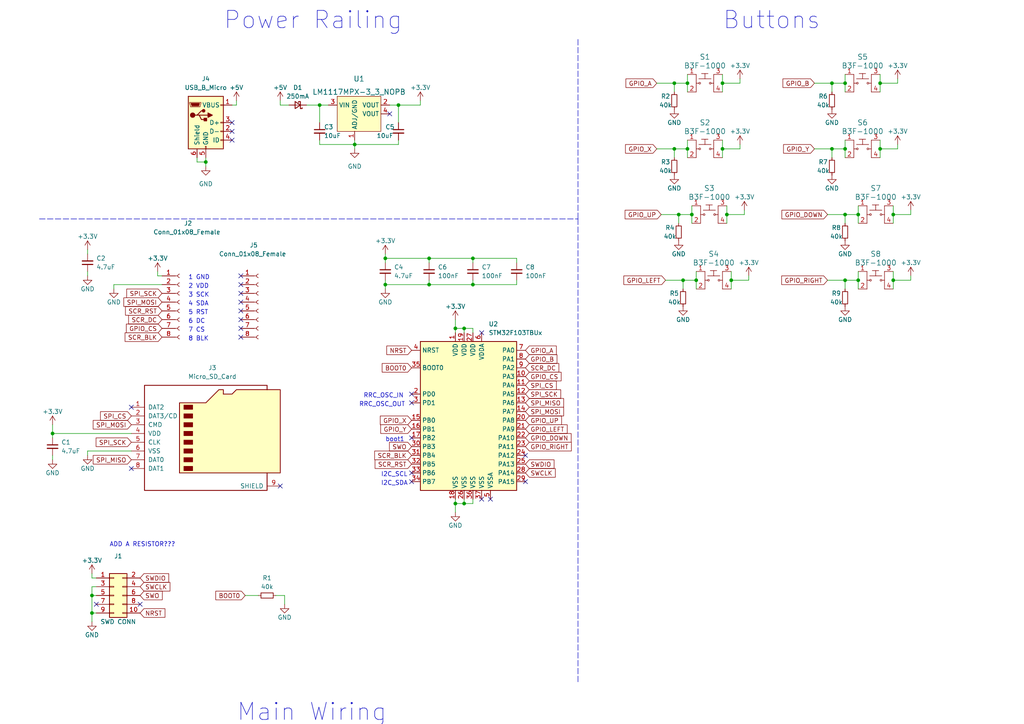
<source format=kicad_sch>
(kicad_sch (version 20211123) (generator eeschema)
  (paper "A4")
  (title_block (rev "v01") (comment 1 "idk") (comment 2 "idk") (comment 3 "Lincense: whydoineed") (comment 4 "Author: Me"))
  (lib_symbols
    (symbol "Connector:Conn_01x08_Female" (pin_names (offset 1.016) hide)
      (property "Reference" "J" (at 0 10.16 0))
      (property "Value" "Conn_01x08_Female" (at 0 -12.7 0))
      (symbol "Conn_01x08_Female_1_1"
        (arc (start 0 -9.652) (mid -0.508 -10.16) (end 0 -10.668) (stroke (width 0.1524)))
        (arc (start 0 -7.112) (mid -0.508 -7.62) (end 0 -8.128) (stroke (width 0.1524)))
        (arc (start 0 -4.572) (mid -0.508 -5.08) (end 0 -5.588) (stroke (width 0.1524)))
        (arc (start 0 -2.032) (mid -0.508 -2.54) (end 0 -3.048) (stroke (width 0.1524)))
        (polyline (pts (xy -1.27 -10.16) (xy -0.508 -10.16)) (stroke (width 0.1524)))
        (polyline (pts (xy -1.27 -7.62) (xy -0.508 -7.62)) (stroke (width 0.1524)))
        (polyline (pts (xy -1.27 -5.08) (xy -0.508 -5.08)) (stroke (width 0.1524)))
        (polyline (pts (xy -1.27 -2.54) (xy -0.508 -2.54)) (stroke (width 0.1524)))
        (polyline (pts (xy -1.27 0) (xy -0.508 0)) (stroke (width 0.1524)))
        (polyline (pts (xy -1.27 2.54) (xy -0.508 2.54)) (stroke (width 0.1524)))
        (polyline (pts (xy -1.27 5.08) (xy -0.508 5.08)) (stroke (width 0.1524)))
        (polyline (pts (xy -1.27 7.62) (xy -0.508 7.62)) (stroke (width 0.1524)))
        (arc (start 0 0.508) (mid -0.508 0) (end 0 -0.508) (stroke (width 0.1524)))
        (arc (start 0 3.048) (mid -0.508 2.54) (end 0 2.032) (stroke (width 0.1524)))
        (arc (start 0 5.588) (mid -0.508 5.08) (end 0 4.572) (stroke (width 0.1524)))
        (arc (start 0 8.128) (mid -0.508 7.62) (end 0 7.112) (stroke (width 0.1524)))
        (pin passive line (at -5.08 7.62 0) (length 3.81) (name "Pin_1") (number "1"))
        (pin passive line (at -5.08 5.08 0) (length 3.81) (name "Pin_2") (number "2"))
        (pin passive line (at -5.08 2.54 0) (length 3.81) (name "Pin_3") (number "3"))
        (pin passive line (at -5.08 0 0) (length 3.81) (name "Pin_4") (number "4"))
        (pin passive line (at -5.08 -2.54 0) (length 3.81) (name "Pin_5") (number "5"))
        (pin passive line (at -5.08 -5.08 0) (length 3.81) (name "Pin_6") (number "6"))
        (pin passive line (at -5.08 -7.62 0) (length 3.81) (name "Pin_7") (number "7"))
        (pin passive line (at -5.08 -10.16 0) (length 3.81) (name "Pin_8") (number "8"))
      )
    )
    (symbol "Connector:Micro_SD_Card" (pin_names (offset 1.016))
      (property "Reference" "J" (at -16.51 15.24 0))
      (property "Value" "Micro_SD_Card" (at 16.51 15.24 0))
      (symbol "Micro_SD_Card_0_1"
        (rectangle (start -7.62 -9.525) (end -5.08 -10.795) (fill (type outline)))
        (rectangle (start -7.62 -6.985) (end -5.08 -8.255) (fill (type outline)))
        (rectangle (start -7.62 -4.445) (end -5.08 -5.715) (fill (type outline)))
        (rectangle (start -7.62 -1.905) (end -5.08 -3.175) (fill (type outline)))
        (rectangle (start -7.62 0.635) (end -5.08 -0.635) (fill (type outline)))
        (rectangle (start -7.62 3.175) (end -5.08 1.905) (fill (type outline)))
        (rectangle (start -7.62 5.715) (end -5.08 4.445) (fill (type outline)))
        (rectangle (start -7.62 8.255) (end -5.08 6.985) (fill (type outline)))
        (polyline (pts (xy 16.51 12.7) (xy 16.51 13.97) (xy -19.05 13.97) (xy -19.05 -16.51) (xy 16.51 -16.51) (xy 16.51 -11.43)) (stroke (width 0.254)))
        (polyline (pts (xy -8.89 -11.43) (xy -8.89 8.89) (xy -1.27 8.89) (xy 2.54 12.7) (xy 3.81 12.7) (xy 3.81 11.43) (xy 6.35 11.43) (xy 7.62 12.7) (xy 20.32 12.7) (xy 20.32 -11.43) (xy -8.89 -11.43)) (stroke (width 0.254)) (fill (type background)))
      )
      (symbol "Micro_SD_Card_1_1"
        (pin bidirectional line (at -22.86 7.62 0) (length 3.81) (name "DAT2") (number "1"))
        (pin bidirectional line (at -22.86 5.08 0) (length 3.81) (name "DAT3/CD") (number "2"))
        (pin input line (at -22.86 2.54 0) (length 3.81) (name "CMD") (number "3"))
        (pin power_in line (at -22.86 0 0) (length 3.81) (name "VDD") (number "4"))
        (pin input line (at -22.86 -2.54 0) (length 3.81) (name "CLK") (number "5"))
        (pin power_in line (at -22.86 -5.08 0) (length 3.81) (name "VSS") (number "6"))
        (pin bidirectional line (at -22.86 -7.62 0) (length 3.81) (name "DAT0") (number "7"))
        (pin bidirectional line (at -22.86 -10.16 0) (length 3.81) (name "DAT1") (number "8"))
        (pin passive line (at 20.32 -15.24 180) (length 3.81) (name "SHIELD") (number "9"))
      )
    )
    (symbol "Connector:USB_B_Micro" (pin_names (offset 1.016))
      (property "Reference" "J" (at -5.08 11.43 0))
      (property "Value" "USB_B_Micro" (at -5.08 8.89 0))
      (symbol "USB_B_Micro_0_1"
        (rectangle (start -5.08 -7.62) (end 5.08 7.62) (stroke (width 0.254)) (fill (type background)))
        (circle (center -3.81 2.159) (radius 0.635) (stroke (width 0.254)) (fill (type outline)))
        (circle (center -0.635 3.429) (radius 0.381) (stroke (width 0.254)) (fill (type outline)))
        (rectangle (start -0.127 -7.62) (end 0.127 -6.858))
        (polyline (pts (xy -1.905 2.159) (xy 0.635 2.159)) (stroke (width 0.254)))
        (polyline (pts (xy -3.175 2.159) (xy -2.54 2.159) (xy -1.27 3.429) (xy -0.635 3.429)) (stroke (width 0.254)))
        (polyline (pts (xy -2.54 2.159) (xy -1.905 2.159) (xy -1.27 0.889) (xy 0 0.889)) (stroke (width 0.254)))
        (polyline (pts (xy 0.635 2.794) (xy 0.635 1.524) (xy 1.905 2.159) (xy 0.635 2.794)) (stroke (width 0.254)) (fill (type outline)))
        (polyline (pts (xy -4.318 5.588) (xy -1.778 5.588) (xy -2.032 4.826) (xy -4.064 4.826) (xy -4.318 5.588)) (fill (type outline)))
        (polyline (pts (xy -4.699 5.842) (xy -4.699 5.588) (xy -4.445 4.826) (xy -4.445 4.572) (xy -1.651 4.572) (xy -1.651 4.826) (xy -1.397 5.588) (xy -1.397 5.842) (xy -4.699 5.842)))
        (rectangle (start 0.254 1.27) (end -0.508 0.508) (stroke (width 0.254)) (fill (type outline)))
        (rectangle (start 5.08 -5.207) (end 4.318 -4.953))
        (rectangle (start 5.08 -2.667) (end 4.318 -2.413))
        (rectangle (start 5.08 -0.127) (end 4.318 0.127))
        (rectangle (start 5.08 4.953) (end 4.318 5.207))
      )
      (symbol "USB_B_Micro_1_1"
        (pin power_out line (at 7.62 5.08 180) (length 2.54) (name "VBUS") (number "1"))
        (pin bidirectional line (at 7.62 -2.54 180) (length 2.54) (name "D-") (number "2"))
        (pin bidirectional line (at 7.62 0 180) (length 2.54) (name "D+") (number "3"))
        (pin passive line (at 7.62 -5.08 180) (length 2.54) (name "ID") (number "4"))
        (pin power_out line (at 0 -10.16 90) (length 2.54) (name "GND") (number "5"))
        (pin passive line (at -2.54 -10.16 90) (length 2.54) (name "Shield") (number "6"))
      )
    )
    (symbol "Connector_Generic:Conn_02x05_Odd_Even" (pin_names (offset 1.016) hide)
      (property "Reference" "J" (at 1.27 7.62 0))
      (property "Value" "Conn_02x05_Odd_Even" (at 1.27 -7.62 0))
      (symbol "Conn_02x05_Odd_Even_1_1"
        (rectangle (start -1.27 -4.953) (end 0 -5.207) (stroke (width 0.1524)))
        (rectangle (start -1.27 -2.413) (end 0 -2.667) (stroke (width 0.1524)))
        (rectangle (start -1.27 0.127) (end 0 -0.127) (stroke (width 0.1524)))
        (rectangle (start -1.27 2.667) (end 0 2.413) (stroke (width 0.1524)))
        (rectangle (start -1.27 5.207) (end 0 4.953) (stroke (width 0.1524)))
        (rectangle (start -1.27 6.35) (end 3.81 -6.35) (stroke (width 0.254)) (fill (type background)))
        (rectangle (start 3.81 -4.953) (end 2.54 -5.207) (stroke (width 0.1524)))
        (rectangle (start 3.81 -2.413) (end 2.54 -2.667) (stroke (width 0.1524)))
        (rectangle (start 3.81 0.127) (end 2.54 -0.127) (stroke (width 0.1524)))
        (rectangle (start 3.81 2.667) (end 2.54 2.413) (stroke (width 0.1524)))
        (rectangle (start 3.81 5.207) (end 2.54 4.953) (stroke (width 0.1524)))
        (pin passive line (at -5.08 5.08 0) (length 3.81) (name "Pin_1") (number "1"))
        (pin passive line (at 7.62 -5.08 180) (length 3.81) (name "Pin_10") (number "10"))
        (pin passive line (at 7.62 5.08 180) (length 3.81) (name "Pin_2") (number "2"))
        (pin passive line (at -5.08 2.54 0) (length 3.81) (name "Pin_3") (number "3"))
        (pin passive line (at 7.62 2.54 180) (length 3.81) (name "Pin_4") (number "4"))
        (pin passive line (at -5.08 0 0) (length 3.81) (name "Pin_5") (number "5"))
        (pin passive line (at 7.62 0 180) (length 3.81) (name "Pin_6") (number "6"))
        (pin passive line (at -5.08 -2.54 0) (length 3.81) (name "Pin_7") (number "7"))
        (pin passive line (at 7.62 -2.54 180) (length 3.81) (name "Pin_8") (number "8"))
        (pin passive line (at -5.08 -5.08 0) (length 3.81) (name "Pin_9") (number "9"))
      )
    )
    (symbol "Device:C_Small" (pin_numbers hide) (pin_names (offset 0.254) hide)
      (property "Reference" "C" (at 0.254 1.778 0))
      (property "Value" "C_Small" (at 0.254 -2.032 0))
      (symbol "C_Small_0_1"
        (polyline (pts (xy -1.524 -0.508) (xy 1.524 -0.508)) (stroke (width 0.3302)))
        (polyline (pts (xy -1.524 0.508) (xy 1.524 0.508)) (stroke (width 0.3048)))
      )
      (symbol "C_Small_1_1"
        (pin passive line (at 0 2.54 270) (length 2.032) (name "~") (number "1"))
        (pin passive line (at 0 -2.54 90) (length 2.032) (name "~") (number "2"))
      )
    )
    (symbol "Device:D_Schottky_Small" (pin_numbers hide) (pin_names (offset 0.254) hide)
      (property "Reference" "D" (at -1.27 2.032 0))
      (property "Value" "D_Schottky_Small" (at -7.112 -2.032 0))
      (symbol "D_Schottky_Small_0_1"
        (polyline (pts (xy -0.762 0) (xy 0.762 0)))
        (polyline (pts (xy 0.762 -1.016) (xy -0.762 0) (xy 0.762 1.016) (xy 0.762 -1.016)) (stroke (width 0.254)))
        (polyline (pts (xy -1.27 0.762) (xy -1.27 1.016) (xy -0.762 1.016) (xy -0.762 -1.016) (xy -0.254 -1.016) (xy -0.254 -0.762)) (stroke (width 0.254)))
      )
      (symbol "D_Schottky_Small_1_1"
        (pin passive line (at -2.54 0 0) (length 1.778) (name "K") (number "1"))
        (pin passive line (at 2.54 0 180) (length 1.778) (name "A") (number "2"))
      )
    )
    (symbol "Device:R_Small" (pin_numbers hide) (pin_names (offset 0.254) hide)
      (property "Reference" "R" (at 0.762 0.508 0))
      (property "Value" "R_Small" (at 0.762 -1.016 0))
      (symbol "R_Small_0_1"
        (rectangle (start -0.762 1.778) (end 0.762 -1.778) (stroke (width 0.2032)))
      )
      (symbol "R_Small_1_1"
        (pin passive line (at 0 2.54 270) (length 0.762) (name "~") (number "1"))
        (pin passive line (at 0 -2.54 90) (length 0.762) (name "~") (number "2"))
      )
    )
    (symbol "MCU_ST_STM32F1:STM32F103TBUx"
      (property "Reference" "U" (at -15.24 21.59 0))
      (property "Value" "STM32F103TBUx" (at 5.08 21.59 0))
      (symbol "STM32F103TBUx_0_1"
        (rectangle (start -15.24 -22.86) (end 12.7 20.32) (stroke (width 0.254)) (fill (type background)))
      )
      (symbol "STM32F103TBUx_1_1"
        (pin power_in line (at -5.08 22.86 270) (length 2.54) (name "VDD") (number "1"))
        (pin bidirectional line (at 15.24 10.16 180) (length 2.54) (name "PA3") (number "10"))
        (pin bidirectional line (at 15.24 7.62 180) (length 2.54) (name "PA4") (number "11"))
        (pin bidirectional line (at 15.24 5.08 180) (length 2.54) (name "PA5") (number "12"))
        (pin bidirectional line (at 15.24 2.54 180) (length 2.54) (name "PA6") (number "13"))
        (pin bidirectional line (at 15.24 0 180) (length 2.54) (name "PA7") (number "14"))
        (pin bidirectional line (at -17.78 -2.54 0) (length 2.54) (name "PB0") (number "15"))
        (pin bidirectional line (at -17.78 -5.08 0) (length 2.54) (name "PB1") (number "16"))
        (pin bidirectional line (at -17.78 -7.62 0) (length 2.54) (name "PB2") (number "17"))
        (pin power_in line (at -5.08 -25.4 90) (length 2.54) (name "VSS") (number "18"))
        (pin power_in line (at -2.54 22.86 270) (length 2.54) (name "VDD") (number "19"))
        (pin input line (at -17.78 5.08 0) (length 2.54) (name "PD0") (number "2"))
        (pin bidirectional line (at 15.24 -2.54 180) (length 2.54) (name "PA8") (number "20"))
        (pin bidirectional line (at 15.24 -5.08 180) (length 2.54) (name "PA9") (number "21"))
        (pin bidirectional line (at 15.24 -7.62 180) (length 2.54) (name "PA10") (number "22"))
        (pin bidirectional line (at 15.24 -10.16 180) (length 2.54) (name "PA11") (number "23"))
        (pin bidirectional line (at 15.24 -12.7 180) (length 2.54) (name "PA12") (number "24"))
        (pin bidirectional line (at 15.24 -15.24 180) (length 2.54) (name "PA13") (number "25"))
        (pin power_in line (at -2.54 -25.4 90) (length 2.54) (name "VSS") (number "26"))
        (pin power_in line (at 0 22.86 270) (length 2.54) (name "VDD") (number "27"))
        (pin bidirectional line (at 15.24 -17.78 180) (length 2.54) (name "PA14") (number "28"))
        (pin bidirectional line (at 15.24 -20.32 180) (length 2.54) (name "PA15") (number "29"))
        (pin input line (at -17.78 2.54 0) (length 2.54) (name "PD1") (number "3"))
        (pin bidirectional line (at -17.78 -10.16 0) (length 2.54) (name "PB3") (number "30"))
        (pin bidirectional line (at -17.78 -12.7 0) (length 2.54) (name "PB4") (number "31"))
        (pin bidirectional line (at -17.78 -15.24 0) (length 2.54) (name "PB5") (number "32"))
        (pin bidirectional line (at -17.78 -17.78 0) (length 2.54) (name "PB6") (number "33"))
        (pin bidirectional line (at -17.78 -20.32 0) (length 2.54) (name "PB7") (number "34"))
        (pin input line (at -17.78 12.7 0) (length 2.54) (name "BOOT0") (number "35"))
        (pin power_in line (at 0 -25.4 90) (length 2.54) (name "VSS") (number "36"))
        (pin power_in line (at 2.54 -25.4 90) (length 2.54) (name "VSS") (number "37"))
        (pin input line (at -17.78 17.78 0) (length 2.54) (name "NRST") (number "4"))
        (pin power_in line (at 5.08 -25.4 90) (length 2.54) (name "VSSA") (number "5"))
        (pin power_in line (at 2.54 22.86 270) (length 2.54) (name "VDDA") (number "6"))
        (pin bidirectional line (at 15.24 17.78 180) (length 2.54) (name "PA0") (number "7"))
        (pin bidirectional line (at 15.24 15.24 180) (length 2.54) (name "PA1") (number "8"))
        (pin bidirectional line (at 15.24 12.7 180) (length 2.54) (name "PA2") (number "9"))
      )
    )
    (symbol "dk_PMIC-Voltage-Regulators-Linear:LM1117MPX-3_3_NOPB"
      (property "Reference" "U" (at -7.6962 3.4544 0))
      (property "Value" "LM1117MPX-3_3_NOPB" (at -2.3622 -8.6868 0))
      (symbol "LM1117MPX-3_3_NOPB_0_1"
        (rectangle (start 5.08 2.54) (end -7.62 -7.62) (fill (type background)))
      )
      (symbol "LM1117MPX-3_3_NOPB_1_1"
        (pin power_in line (at -2.54 -10.16 90) (length 2.54) (name "ADJ/GND") (number "1"))
        (pin power_out line (at 7.62 0 180) (length 2.54) (name "VOUT") (number "2"))
        (pin power_in line (at -10.16 0 0) (length 2.54) (name "VIN") (number "3"))
        (pin power_out line (at 7.62 -2.54 180) (length 2.54) (name "VOUT") (number "4"))
      )
    )
    (symbol "dk_Tactile-Switches:B3F-1000" (pin_names (offset 1.016))
      (property "Reference" "S" (at 0 5.08 0))
      (property "Value" "B3F-1000" (at 0 -5.08 0))
      (symbol "B3F-1000_0_1"
        (circle (center -1.524 0) (radius 0.254))
        (polyline (pts (xy -2.54 2.54) (xy -2.54 -2.54)))
        (polyline (pts (xy -1.778 0) (xy -2.54 0)))
        (polyline (pts (xy -1.778 1.27) (xy 1.778 1.27)))
        (polyline (pts (xy 2.54 -2.54) (xy 2.54 2.54)))
        (polyline (pts (xy 2.54 0) (xy 1.778 0)))
        (circle (center 1.524 0) (radius 0.254))
      )
      (symbol "B3F-1000_1_1"
        (polyline (pts (xy -1.016 2.794) (xy 0.889 2.794)))
        (polyline (pts (xy 0 2.794) (xy 0 1.27)))
        (pin passive line (at -5.08 2.54 0) (length 2.54) (name "~") (number "1"))
        (pin passive line (at -5.08 -2.54 0) (length 2.54) (name "~") (number "2"))
        (pin passive line (at 5.08 2.54 180) (length 2.54) (name "~") (number "3"))
        (pin passive line (at 5.08 -2.54 180) (length 2.54) (name "~") (number "4"))
      )
    )
    (symbol "power:+3.3V" (power) (pin_names (offset 0))
      (property "Value" "+3.3V" (at 0 3.556 0))
      (symbol "+3.3V_0_1"
        (polyline (pts (xy -0.762 1.27) (xy 0 2.54)))
        (polyline (pts (xy 0 0) (xy 0 2.54)))
        (polyline (pts (xy 0 2.54) (xy 0.762 1.27)))
      )
      (symbol "+3.3V_1_1"
        (pin power_in line (at 0 0 90) (length 0) hide (name "+3.3V") (number "1"))
      )
    )
    (symbol "power:+5V" (power) (pin_names (offset 0))
      (property "Value" "+5V" (at 0 3.556 0))
      (symbol "+5V_0_1"
        (polyline (pts (xy -0.762 1.27) (xy 0 2.54)))
        (polyline (pts (xy 0 0) (xy 0 2.54)))
        (polyline (pts (xy 0 2.54) (xy 0.762 1.27)))
      )
      (symbol "+5V_1_1"
        (pin power_in line (at 0 0 90) (length 0) hide (name "+5V") (number "1"))
      )
    )
    (symbol "power:GND" (power) (pin_names (offset 0))
      (property "Value" "GND" (at 0 -3.81 0))
      (symbol "GND_0_1"
        (polyline (pts (xy 0 0) (xy 0 -1.27) (xy 1.27 -1.27) (xy 0 -2.54) (xy -1.27 -1.27) (xy 0 -1.27)))
      )
      (symbol "GND_1_1"
        (pin power_in line (at 0 0 270) (length 0) hide (name "GND") (number "1"))
      )
    )
  )
  (junction (at 209.55 43.18))
  (junction (at 59.69 46.99))
  (junction (at 255.27 24.13))
  (junction (at 15.24 125.73))
  (junction (at 259.08 81.28))
  (junction (at 210.82 62.23))
  (junction (at 92.71 30.48))
  (junction (at 137.16 82.55))
  (junction (at 200.66 62.23))
  (junction (at 26.67 177.8))
  (junction (at 132.08 146.05))
  (junction (at 245.11 62.23))
  (junction (at 195.58 24.13))
  (junction (at 196.85 62.23))
  (junction (at 102.87 41.91))
  (junction (at 241.3 24.13))
  (junction (at 255.27 43.18))
  (junction (at 212.09 81.28))
  (junction (at 199.39 43.18))
  (junction (at 195.58 43.18))
  (junction (at 137.16 74.93))
  (junction (at 115.57 30.48))
  (junction (at 209.55 24.13))
  (junction (at 134.62 95.25))
  (junction (at 111.76 82.55))
  (junction (at 134.62 146.05))
  (junction (at 245.11 24.13))
  (junction (at 111.76 74.93))
  (junction (at 26.67 172.72))
  (junction (at 248.92 81.28))
  (junction (at 201.93 81.28))
  (junction (at 259.08 62.23))
  (junction (at 124.46 82.55))
  (junction (at 241.3 43.18))
  (junction (at 245.11 43.18))
  (junction (at 198.12 81.28))
  (junction (at 245.11 81.28))
  (junction (at 248.92 62.23))
  (junction (at 124.46 74.93))
  (junction (at 199.39 24.13))
  (junction (at 132.08 95.25))
  (no_connect (at 69.85 97.79))
  (no_connect (at 139.7 96.52))
  (no_connect (at 152.4 132.08))
  (no_connect (at 38.1 118.11))
  (no_connect (at 40.64 175.26))
  (no_connect (at 139.7 144.78))
  (no_connect (at 152.4 139.7))
  (no_connect (at 119.38 127))
  (no_connect (at 81.28 140.97))
  (no_connect (at 67.31 35.56))
  (no_connect (at 69.85 80.01))
  (no_connect (at 119.38 139.7))
  (no_connect (at 142.24 144.78))
  (no_connect (at 119.38 116.84))
  (no_connect (at 69.85 82.55))
  (no_connect (at 119.38 114.3))
  (no_connect (at 69.85 95.25))
  (no_connect (at 119.38 137.16))
  (no_connect (at 69.85 92.71))
  (no_connect (at 67.31 40.64))
  (no_connect (at 69.85 87.63))
  (no_connect (at 27.94 175.26))
  (no_connect (at 67.31 38.1))
  (no_connect (at 69.85 90.17))
  (no_connect (at 113.03 33.02))
  (no_connect (at 69.85 85.09))
  (no_connect (at 38.1 135.89))
  (wire (pts (xy 26.67 172.72) (xy 26.67 177.8)))
  (wire (pts (xy 260.35 41.91) (xy 260.35 43.18)))
  (wire (pts (xy 241.3 43.18) (xy 245.11 43.18)))
  (wire (pts (xy 201.93 81.28) (xy 201.93 83.82)))
  (wire (pts (xy 137.16 82.55) (xy 137.16 81.28)))
  (wire (pts (xy 193.04 81.28) (xy 198.12 81.28)))
  (wire (pts (xy 134.62 146.05) (xy 134.62 144.78)))
  (wire (pts (xy 209.55 21.59) (xy 209.55 24.13)))
  (wire (pts (xy 25.4 130.81) (xy 38.1 130.81)))
  (wire (pts (xy 255.27 43.18) (xy 260.35 43.18)))
  (wire (pts (xy 210.82 59.69) (xy 210.82 62.23)))
  (wire (pts (xy 59.69 45.72) (xy 59.69 46.99)))
  (wire (pts (xy 33.02 82.55) (xy 46.99 82.55)))
  (wire (pts (xy 92.71 41.91) (xy 102.87 41.91)))
  (wire (pts (xy 241.3 43.18) (xy 241.3 45.72)))
  (wire (pts (xy 212.09 81.28) (xy 217.17 81.28)))
  (wire (pts (xy 255.27 43.18) (xy 255.27 45.72)))
  (wire (pts (xy 25.4 72.39) (xy 25.4 73.66)))
  (wire (pts (xy 259.08 78.74) (xy 259.08 81.28)))
  (wire (pts (xy 199.39 43.18) (xy 199.39 45.72)))
  (wire (pts (xy 121.92 29.21) (xy 121.92 30.48)))
  (wire (pts (xy 115.57 30.48) (xy 113.03 30.48)))
  (wire (pts (xy 111.76 81.28) (xy 111.76 82.55)))
  (wire (pts (xy 25.4 78.74) (xy 25.4 80.01)))
  (wire (pts (xy 195.58 24.13) (xy 199.39 24.13)))
  (wire (pts (xy 132.08 144.78) (xy 132.08 146.05)))
  (wire (pts (xy 68.58 30.48) (xy 67.31 30.48)))
  (wire (pts (xy 209.55 43.18) (xy 209.55 45.72)))
  (wire (pts (xy 26.67 166.37) (xy 26.67 167.64)))
  (wire (pts (xy 236.22 24.13) (xy 241.3 24.13)))
  (wire (pts (xy 134.62 95.25) (xy 132.08 95.25)))
  (wire (pts (xy 149.86 82.55) (xy 137.16 82.55)))
  (wire (pts (xy 200.66 62.23) (xy 200.66 64.77)))
  (wire (pts (xy 212.09 81.28) (xy 212.09 83.82)))
  (wire (pts (xy 137.16 96.52) (xy 137.16 95.25)))
  (wire (pts (xy 26.67 177.8) (xy 26.67 180.34)))
  (wire (pts (xy 124.46 74.93) (xy 124.46 76.2)))
  (wire (pts (xy 245.11 21.59) (xy 245.11 24.13)))
  (wire (pts (xy 57.15 46.99) (xy 59.69 46.99)))
  (wire (pts (xy 198.12 81.28) (xy 201.93 81.28)))
  (wire (pts (xy 248.92 62.23) (xy 248.92 64.77)))
  (wire (pts (xy 195.58 24.13) (xy 195.58 26.67)))
  (wire (pts (xy 245.11 81.28) (xy 248.92 81.28)))
  (wire (pts (xy 259.08 81.28) (xy 264.16 81.28)))
  (wire (pts (xy 240.03 62.23) (xy 245.11 62.23)))
  (wire (pts (xy 245.11 62.23) (xy 248.92 62.23)))
  (wire (pts (xy 255.27 24.13) (xy 255.27 26.67)))
  (wire (pts (xy 134.62 146.05) (xy 137.16 146.05)))
  (polyline (pts (xy 11.43 63.5) (xy 167.64 63.5)))
  (wire (pts (xy 217.17 80.01) (xy 217.17 81.28)))
  (polyline (pts (xy 167.64 11.43) (xy 167.64 63.5)))
  (wire (pts (xy 15.24 125.73) (xy 38.1 125.73)))
  (wire (pts (xy 209.55 24.13) (xy 209.55 26.67)))
  (wire (pts (xy 80.01 172.72) (xy 82.55 172.72)))
  (wire (pts (xy 196.85 62.23) (xy 196.85 64.77)))
  (wire (pts (xy 59.69 46.99) (xy 59.69 48.26)))
  (wire (pts (xy 236.22 43.18) (xy 241.3 43.18)))
  (wire (pts (xy 115.57 40.64) (xy 115.57 41.91)))
  (wire (pts (xy 196.85 62.23) (xy 200.66 62.23)))
  (wire (pts (xy 15.24 132.08) (xy 15.24 133.35)))
  (wire (pts (xy 260.35 22.86) (xy 260.35 24.13)))
  (wire (pts (xy 26.67 177.8) (xy 27.94 177.8)))
  (wire (pts (xy 137.16 74.93) (xy 124.46 74.93)))
  (wire (pts (xy 248.92 59.69) (xy 248.92 62.23)))
  (wire (pts (xy 132.08 146.05) (xy 132.08 148.59)))
  (wire (pts (xy 255.27 40.64) (xy 255.27 43.18)))
  (wire (pts (xy 132.08 92.71) (xy 132.08 95.25)))
  (wire (pts (xy 259.08 62.23) (xy 259.08 64.77)))
  (wire (pts (xy 26.67 170.18) (xy 26.67 172.72)))
  (wire (pts (xy 15.24 125.73) (xy 15.24 127)))
  (wire (pts (xy 71.12 172.72) (xy 74.93 172.72)))
  (wire (pts (xy 149.86 81.28) (xy 149.86 82.55)))
  (wire (pts (xy 111.76 74.93) (xy 111.76 76.2)))
  (wire (pts (xy 241.3 24.13) (xy 245.11 24.13)))
  (wire (pts (xy 190.5 24.13) (xy 195.58 24.13)))
  (wire (pts (xy 45.72 78.74) (xy 45.72 80.01)))
  (wire (pts (xy 198.12 81.28) (xy 198.12 83.82)))
  (wire (pts (xy 111.76 73.66) (xy 111.76 74.93)))
  (wire (pts (xy 245.11 24.13) (xy 245.11 26.67)))
  (wire (pts (xy 33.02 82.55) (xy 33.02 83.82)))
  (wire (pts (xy 191.77 62.23) (xy 196.85 62.23)))
  (wire (pts (xy 209.55 43.18) (xy 214.63 43.18)))
  (wire (pts (xy 248.92 78.74) (xy 248.92 81.28)))
  (wire (pts (xy 134.62 95.25) (xy 134.62 96.52)))
  (wire (pts (xy 102.87 41.91) (xy 102.87 43.18)))
  (wire (pts (xy 124.46 81.28) (xy 124.46 82.55)))
  (wire (pts (xy 81.28 30.48) (xy 81.28 29.21)))
  (wire (pts (xy 200.66 59.69) (xy 200.66 62.23)))
  (wire (pts (xy 132.08 95.25) (xy 132.08 96.52)))
  (wire (pts (xy 68.58 29.21) (xy 68.58 30.48)))
  (wire (pts (xy 102.87 40.64) (xy 102.87 41.91)))
  (wire (pts (xy 190.5 43.18) (xy 195.58 43.18)))
  (wire (pts (xy 195.58 43.18) (xy 199.39 43.18)))
  (wire (pts (xy 137.16 146.05) (xy 137.16 144.78)))
  (wire (pts (xy 26.67 172.72) (xy 27.94 172.72)))
  (wire (pts (xy 25.4 132.08) (xy 25.4 130.81)))
  (wire (pts (xy 214.63 41.91) (xy 214.63 43.18)))
  (wire (pts (xy 241.3 24.13) (xy 241.3 26.67)))
  (wire (pts (xy 264.16 80.01) (xy 264.16 81.28)))
  (wire (pts (xy 209.55 40.64) (xy 209.55 43.18)))
  (wire (pts (xy 83.82 30.48) (xy 81.28 30.48)))
  (wire (pts (xy 210.82 62.23) (xy 210.82 64.77)))
  (wire (pts (xy 199.39 21.59) (xy 199.39 24.13)))
  (wire (pts (xy 82.55 172.72) (xy 82.55 175.26)))
  (wire (pts (xy 245.11 81.28) (xy 245.11 83.82)))
  (wire (pts (xy 137.16 95.25) (xy 134.62 95.25)))
  (wire (pts (xy 92.71 30.48) (xy 95.25 30.48)))
  (wire (pts (xy 210.82 62.23) (xy 215.9 62.23)))
  (wire (pts (xy 137.16 74.93) (xy 149.86 74.93)))
  (wire (pts (xy 240.03 81.28) (xy 245.11 81.28)))
  (wire (pts (xy 124.46 74.93) (xy 111.76 74.93)))
  (wire (pts (xy 27.94 170.18) (xy 26.67 170.18)))
  (wire (pts (xy 199.39 40.64) (xy 199.39 43.18)))
  (wire (pts (xy 199.39 24.13) (xy 199.39 26.67)))
  (wire (pts (xy 259.08 81.28) (xy 259.08 83.82)))
  (wire (pts (xy 209.55 24.13) (xy 214.63 24.13)))
  (wire (pts (xy 88.9 30.48) (xy 92.71 30.48)))
  (wire (pts (xy 132.08 146.05) (xy 134.62 146.05)))
  (wire (pts (xy 45.72 80.01) (xy 46.99 80.01)))
  (wire (pts (xy 15.24 123.19) (xy 15.24 125.73)))
  (wire (pts (xy 245.11 40.64) (xy 245.11 43.18)))
  (wire (pts (xy 111.76 82.55) (xy 111.76 83.82)))
  (wire (pts (xy 212.09 78.74) (xy 212.09 81.28)))
  (wire (pts (xy 124.46 82.55) (xy 137.16 82.55)))
  (wire (pts (xy 92.71 30.48) (xy 92.71 35.56)))
  (wire (pts (xy 149.86 74.93) (xy 149.86 76.2)))
  (wire (pts (xy 57.15 45.72) (xy 57.15 46.99)))
  (wire (pts (xy 137.16 76.2) (xy 137.16 74.93)))
  (wire (pts (xy 214.63 22.86) (xy 214.63 24.13)))
  (wire (pts (xy 111.76 82.55) (xy 124.46 82.55)))
  (wire (pts (xy 259.08 59.69) (xy 259.08 62.23)))
  (wire (pts (xy 92.71 40.64) (xy 92.71 41.91)))
  (wire (pts (xy 259.08 62.23) (xy 264.16 62.23)))
  (wire (pts (xy 255.27 21.59) (xy 255.27 24.13)))
  (wire (pts (xy 248.92 81.28) (xy 248.92 83.82)))
  (wire (pts (xy 27.94 167.64) (xy 26.67 167.64)))
  (wire (pts (xy 115.57 41.91) (xy 102.87 41.91)))
  (wire (pts (xy 195.58 43.18) (xy 195.58 45.72)))
  (wire (pts (xy 201.93 78.74) (xy 201.93 81.28)))
  (wire (pts (xy 215.9 60.96) (xy 215.9 62.23)))
  (wire (pts (xy 115.57 30.48) (xy 115.57 35.56)))
  (wire (pts (xy 245.11 43.18) (xy 245.11 45.72)))
  (wire (pts (xy 255.27 24.13) (xy 260.35 24.13)))
  (wire (pts (xy 245.11 62.23) (xy 245.11 64.77)))
  (wire (pts (xy 264.16 60.96) (xy 264.16 62.23)))
  (wire (pts (xy 115.57 30.48) (xy 121.92 30.48)))
  (polyline (pts (xy 167.64 63.5) (xy 167.64 198.12)))
  (text "5 RST" (at 54.61 91.44 0) (effects (font (size 1.27 1.27)) (justify left bottom)))
  (text "3 SCK" (at 54.61 86.36 0) (effects (font (size 1.27 1.27)) (justify left bottom)))
  (text "8 BLK" (at 54.61 99.06 0) (effects (font (size 1.27 1.27)) (justify left bottom)))
  (text "RRC_OSC_OUT\n" (at 104.14 118.11 0) (effects (font (size 1.27 1.27)) (justify left bottom)))
  (text "Main Wiring\n" (at 68.58 209.55 0) (effects (font (size 5 5)) (justify left bottom)))
  (text "I2C_SCL\n" (at 110.49 138.43 0) (effects (font (size 1.27 1.27)) (justify left bottom)))
  (text "RRC_OSC_IN" (at 105.41 115.57 0) (effects (font (size 1.27 1.27)) (justify left bottom)))
  (text "Power Railing" (at 64.77 8.89 0) (effects (font (size 5 5)) (justify left bottom)))
  (text "boot1\n" (at 111.76 128.27 0) (effects (font (size 1.27 1.27)) (justify left bottom)))
  (text "4 SDA" (at 54.61 88.9 0) (effects (font (size 1.27 1.27)) (justify left bottom)))
  (text "1 GND" (at 54.61 81.28 0) (effects (font (size 1.27 1.27)) (justify left bottom)))
  (text "2 VDD" (at 54.61 83.82 0) (effects (font (size 1.27 1.27)) (justify left bottom)))
  (text "7 CS" (at 54.61 96.52 0) (effects (font (size 1.27 1.27)) (justify left bottom)))
  (text "ADD A RESISTOR???" (at 31.75 158.75 0) (effects (font (size 1.27 1.27)) (justify left bottom)))
  (text "I2C_SDA" (at 110.49 140.97 0) (effects (font (size 1.27 1.27)) (justify left bottom)))
  (text "Buttons\n" (at 209.55 8.89 0) (effects (font (size 5 5)) (justify left bottom)))
  (text "6 DC" (at 54.61 93.98 0) (effects (font (size 1.27 1.27)) (justify left bottom)))
  (global_label "SWDIO" (shape input) (at 40.64 167.64 0) (property "Intersheet References" "${INTERSHEET_REFS}" (effects hide)))
  (global_label "SCR_RST" (shape input) (at 46.99 90.17 180) (property "Intersheet References" "${INTERSHEET_REFS}" (effects hide)))
  (global_label "GPIO_A" (shape input) (at 190.5 24.13 180) (property "Intersheet References" "${INTERSHEET_REFS}" (effects hide)))
  (global_label "SPI_MOSI" (shape input) (at 38.1 123.19 180) (property "Intersheet References" "${INTERSHEET_REFS}" (effects hide)))
  (global_label "GPIO_UP" (shape input) (at 152.4 121.92 0) (property "Intersheet References" "${INTERSHEET_REFS}" (effects hide)))
  (global_label "GPIO_DOWN" (shape input) (at 240.03 62.23 180) (property "Intersheet References" "${INTERSHEET_REFS}" (effects hide)))
  (global_label "GPIO_DOWN" (shape input) (at 152.4 127 0) (property "Intersheet References" "${INTERSHEET_REFS}" (effects hide)))
  (global_label "GPIO_X" (shape input) (at 119.38 121.92 180) (property "Intersheet References" "${INTERSHEET_REFS}" (effects hide)))
  (global_label "SCR_DC" (shape input) (at 46.99 92.71 180) (property "Intersheet References" "${INTERSHEET_REFS}" (effects hide)))
  (global_label "GPIO_X" (shape input) (at 190.5 43.18 180) (property "Intersheet References" "${INTERSHEET_REFS}" (effects hide)))
  (global_label "GPIO_A" (shape input) (at 152.4 101.6 0) (property "Intersheet References" "${INTERSHEET_REFS}" (effects hide)))
  (global_label "SWO" (shape input) (at 119.38 129.54 180) (property "Intersheet References" "${INTERSHEET_REFS}" (effects hide)))
  (global_label "SWDIO" (shape input) (at 152.4 134.62 0) (property "Intersheet References" "${INTERSHEET_REFS}" (effects hide)))
  (global_label "NRST" (shape input) (at 40.64 177.8 0) (property "Intersheet References" "${INTERSHEET_REFS}" (effects hide)))
  (global_label "NRST" (shape input) (at 119.38 101.6 180) (property "Intersheet References" "${INTERSHEET_REFS}" (effects hide)))
  (global_label "GPIO_CS" (shape input) (at 46.99 95.25 180) (property "Intersheet References" "${INTERSHEET_REFS}" (effects hide)))
  (global_label "SPI_MISO" (shape input) (at 38.1 133.35 180) (property "Intersheet References" "${INTERSHEET_REFS}" (effects hide)))
  (global_label "SWCLK" (shape input) (at 152.4 137.16 0) (property "Intersheet References" "${INTERSHEET_REFS}" (effects hide)))
  (global_label "GPIO_Y" (shape input) (at 236.22 43.18 180) (property "Intersheet References" "${INTERSHEET_REFS}" (effects hide)))
  (global_label "GPIO_CS" (shape input) (at 152.4 109.22 0) (property "Intersheet References" "${INTERSHEET_REFS}" (effects hide)))
  (global_label "GPIO_RIGHT" (shape input) (at 240.03 81.28 180) (property "Intersheet References" "${INTERSHEET_REFS}" (effects hide)))
  (global_label "SPI_CS" (shape input) (at 152.4 111.76 0) (property "Intersheet References" "${INTERSHEET_REFS}" (effects hide)))
  (global_label "GPIO_Y" (shape input) (at 119.38 124.46 180) (property "Intersheet References" "${INTERSHEET_REFS}" (effects hide)))
  (global_label "SPI_CS" (shape input) (at 38.1 120.65 180) (property "Intersheet References" "${INTERSHEET_REFS}" (effects hide)))
  (global_label "GPIO_B" (shape input) (at 236.22 24.13 180) (property "Intersheet References" "${INTERSHEET_REFS}" (effects hide)))
  (global_label "GPIO_B" (shape input) (at 152.4 104.14 0) (property "Intersheet References" "${INTERSHEET_REFS}" (effects hide)))
  (global_label "GPIO_LEFT" (shape input) (at 152.4 124.46 0) (property "Intersheet References" "${INTERSHEET_REFS}" (effects hide)))
  (global_label "SWO" (shape input) (at 40.64 172.72 0) (property "Intersheet References" "${INTERSHEET_REFS}" (effects hide)))
  (global_label "SPI_MOSI" (shape input) (at 46.99 87.63 180) (property "Intersheet References" "${INTERSHEET_REFS}" (effects hide)))
  (global_label "SCR_BLK" (shape input) (at 46.99 97.79 180) (property "Intersheet References" "${INTERSHEET_REFS}" (effects hide)))
  (global_label "GPIO_UP" (shape input) (at 191.77 62.23 180) (property "Intersheet References" "${INTERSHEET_REFS}" (effects hide)))
  (global_label "SPI_SCK" (shape input) (at 152.4 114.3 0) (property "Intersheet References" "${INTERSHEET_REFS}" (effects hide)))
  (global_label "SPI_SCK" (shape input) (at 46.99 85.09 180) (property "Intersheet References" "${INTERSHEET_REFS}" (effects hide)))
  (global_label "SCR_BLK" (shape input) (at 119.38 132.08 180) (property "Intersheet References" "${INTERSHEET_REFS}" (effects hide)))
  (global_label "SPI_MISO" (shape input) (at 152.4 116.84 0) (property "Intersheet References" "${INTERSHEET_REFS}" (effects hide)))
  (global_label "SPI_SCK" (shape input) (at 38.1 128.27 180) (property "Intersheet References" "${INTERSHEET_REFS}" (effects hide)))
  (global_label "SCR_RST" (shape input) (at 119.38 134.62 180) (property "Intersheet References" "${INTERSHEET_REFS}" (effects hide)))
  (global_label "SCR_DC" (shape input) (at 152.4 106.68 0) (property "Intersheet References" "${INTERSHEET_REFS}" (effects hide)))
  (global_label "GPIO_RIGHT" (shape input) (at 152.4 129.54 0) (property "Intersheet References" "${INTERSHEET_REFS}" (effects hide)))
  (global_label "SPI_MOSI" (shape input) (at 152.4 119.38 0) (property "Intersheet References" "${INTERSHEET_REFS}" (effects hide)))
  (global_label "SWCLK" (shape input) (at 40.64 170.18 0) (property "Intersheet References" "${INTERSHEET_REFS}" (effects hide)))
  (global_label "BOOT0" (shape input) (at 119.38 106.68 180) (property "Intersheet References" "${INTERSHEET_REFS}" (effects hide)))
  (global_label "GPIO_LEFT" (shape input) (at 193.04 81.28 180) (property "Intersheet References" "${INTERSHEET_REFS}" (effects hide)))
  (global_label "BOOT0" (shape input) (at 71.12 172.72 180) (property "Intersheet References" "${INTERSHEET_REFS}" (effects hide)))
  (symbol (lib_id "Device:R_Small") (at 195.58 29.21 180) (unit 1)
    (property "Reference" "R2" (at 193.04 27.94 0))
    (property "Value" "40k" (at 193.04 30.48 0))
  )
  (symbol (lib_id "dk_Tactile-Switches:B3F-1000") (at 204.47 24.13 0) (unit 1)
    (property "Reference" "S1" (at 204.47 16.51 0) (effects (font (size 1.524 1.524))))
    (property "Value" "B3F-1000" (at 204.47 19.05 0) (effects (font (size 1.524 1.524))))
    (property "Footprint" "digikey-footprints:Switch_Tactile_THT_B3F-1xxx" (effects hide))
    (property "Datasheet" "https://omronfs.omron.com/en_US/ecb/products/pdf/en-b3f.pdf" (effects hide))
    (property "Digi-Key_PN" "SW400-ND" (effects hide))
    (property "MPN" "B3F-1000" (effects hide))
    (property "Category" "Switches" (effects hide))
    (property "Family" "Tactile Switches" (effects hide))
    (property "DK_Datasheet_Link" "https://omronfs.omron.com/en_US/ecb/products/pdf/en-b3f.pdf" (effects hide))
    (property "DK_Detail_Page" "/product-detail/en/omron-electronics-inc-emc-div/B3F-1000/SW400-ND/33150" (effects hide))
    (property "Description" "SWITCH TACTILE SPST-NO 0.05A 24V" (effects hide))
    (property "Manufacturer" "Omron Electronics Inc-EMC Div" (effects hide))
    (property "Status" "Active" (effects hide))
  )
  (symbol (lib_id "Device:R_Small") (at 241.3 48.26 180) (unit 1)
    (property "Reference" "R7" (at 238.76 46.99 0))
    (property "Value" "40k" (at 238.76 49.53 0))
  )
  (symbol (lib_id "power:+3.3V") (at 45.72 78.74 0) (unit 1)
    (property "Reference" "#PWR03" (effects hide))
    (property "Value" "+3.3V" (at 45.72 74.93 0))
  )
  (symbol (lib_id "Connector:Conn_01x08_Female") (at 52.07 87.63 0) (unit 1)
    (property "Reference" "J2" (at 53.34 64.77 0) (effects (justify left)))
    (property "Value" "Conn_01x08_Female" (at 44.45 67.31 0) (effects (justify left)))
    (property "Footprint" "Connector_PinHeader_2.54mm:PinHeader_1x08_P2.54mm_Vertical" (effects hide))
  )
  (symbol (lib_id "Device:R_Small") (at 241.3 29.21 180) (unit 1)
    (property "Reference" "R6" (at 238.76 27.94 0))
    (property "Value" "40k" (at 238.76 30.48 0))
  )
  (symbol (lib_id "dk_Tactile-Switches:B3F-1000") (at 204.47 43.18 0) (unit 1)
    (property "Reference" "S2" (at 204.47 35.56 0) (effects (font (size 1.524 1.524))))
    (property "Value" "B3F-1000" (at 204.47 38.1 0) (effects (font (size 1.524 1.524))))
    (property "Footprint" "digikey-footprints:Switch_Tactile_THT_B3F-1xxx" (effects hide))
    (property "Datasheet" "https://omronfs.omron.com/en_US/ecb/products/pdf/en-b3f.pdf" (effects hide))
    (property "Digi-Key_PN" "SW400-ND" (effects hide))
    (property "MPN" "B3F-1000" (effects hide))
    (property "Category" "Switches" (effects hide))
    (property "Family" "Tactile Switches" (effects hide))
    (property "DK_Datasheet_Link" "https://omronfs.omron.com/en_US/ecb/products/pdf/en-b3f.pdf" (effects hide))
    (property "DK_Detail_Page" "/product-detail/en/omron-electronics-inc-emc-div/B3F-1000/SW400-ND/33150" (effects hide))
    (property "Description" "SWITCH TACTILE SPST-NO 0.05A 24V" (effects hide))
    (property "Manufacturer" "Omron Electronics Inc-EMC Div" (effects hide))
    (property "Status" "Active" (effects hide))
  )
  (symbol (lib_id "power:GND") (at 195.58 50.8 0) (unit 1)
    (property "Reference" "#PWR0126" (effects hide))
    (property "Value" "GND" (at 195.58 54.61 0))
  )
  (symbol (lib_id "Connector:Conn_01x08_Female") (at 74.93 87.63 0) (unit 1)
    (property "Reference" "J5" (at 72.39 71.12 0) (effects (justify left)))
    (property "Value" "Conn_01x08_Female" (at 63.5 73.66 0) (effects (justify left)))
    (property "Footprint" "Connector_PinHeader_2.54mm:PinHeader_1x08_P2.54mm_Vertical" (effects hide))
  )
  (symbol (lib_id "dk_Tactile-Switches:B3F-1000") (at 207.01 81.28 0) (unit 1)
    (property "Reference" "S4" (at 207.01 73.66 0) (effects (font (size 1.524 1.524))))
    (property "Value" "B3F-1000" (at 207.01 76.2 0) (effects (font (size 1.524 1.524))))
    (property "Footprint" "digikey-footprints:Switch_Tactile_THT_B3F-1xxx" (effects hide))
    (property "Datasheet" "https://omronfs.omron.com/en_US/ecb/products/pdf/en-b3f.pdf" (effects hide))
    (property "Digi-Key_PN" "SW400-ND" (effects hide))
    (property "MPN" "B3F-1000" (effects hide))
    (property "Category" "Switches" (effects hide))
    (property "Family" "Tactile Switches" (effects hide))
    (property "DK_Datasheet_Link" "https://omronfs.omron.com/en_US/ecb/products/pdf/en-b3f.pdf" (effects hide))
    (property "DK_Detail_Page" "/product-detail/en/omron-electronics-inc-emc-div/B3F-1000/SW400-ND/33150" (effects hide))
    (property "Description" "SWITCH TACTILE SPST-NO 0.05A 24V" (effects hide))
    (property "Manufacturer" "Omron Electronics Inc-EMC Div" (effects hide))
    (property "Status" "Active" (effects hide))
  )
  (symbol (lib_id "power:+3.3V") (at 264.16 60.96 0) (unit 1)
    (property "Reference" "#PWR0127" (effects hide))
    (property "Value" "+3.3V" (at 264.16 57.15 0))
  )
  (symbol (lib_id "power:GND") (at 59.69 48.26 0) (unit 1)
    (property "Reference" "#PWR0107" (effects hide))
    (property "Value" "GND" (at 59.69 53.34 0))
  )
  (symbol (lib_id "power:+3.3V") (at 260.35 41.91 0) (unit 1)
    (property "Reference" "#PWR0121" (effects hide))
    (property "Value" "+3.3V" (at 260.35 38.1 0))
  )
  (symbol (lib_id "Device:R_Small") (at 77.47 172.72 90) (unit 1)
    (property "Reference" "R1" (at 77.47 167.64 90))
    (property "Value" "40k" (at 77.47 170.18 90))
  )
  (symbol (lib_id "power:GND") (at 33.02 83.82 0) (unit 1)
    (property "Reference" "#PWR02" (effects hide))
    (property "Value" "GND" (at 33.02 87.63 0))
  )
  (symbol (lib_id "power:+3.3V") (at 15.24 123.19 0) (unit 1)
    (property "Reference" "#PWR0103" (effects hide))
    (property "Value" "+3.3V" (at 15.24 119.38 0))
  )
  (symbol (lib_id "power:+5V") (at 81.28 29.21 0) (unit 1)
    (property "Reference" "#PWR0132" (effects hide))
    (property "Value" "+5V" (at 81.28 25.4 0))
  )
  (symbol (lib_id "Connector:Micro_SD_Card") (at 60.96 125.73 0) (unit 1)
    (property "Reference" "J3" (at 61.595 106.68 0))
    (property "Value" "Micro_SD_Card" (at 61.595 109.22 0))
    (property "Datasheet" "http://katalog.we-online.de/em/datasheet/693072010801.pdf" (effects hide))
  )
  (symbol (lib_id "Device:R_Small") (at 245.11 86.36 180) (unit 1)
    (property "Reference" "R9" (at 242.57 85.09 0))
    (property "Value" "40k" (at 242.57 87.63 0))
  )
  (symbol (lib_id "power:+3.3V") (at 214.63 22.86 0) (unit 1)
    (property "Reference" "#PWR0125" (effects hide))
    (property "Value" "+3.3V" (at 214.63 19.05 0))
  )
  (symbol (lib_id "Connector_Generic:Conn_02x05_Odd_Even") (at 33.02 172.72 0) (unit 1)
    (property "Reference" "J1" (at 34.29 161.29 0))
    (property "Value" "SWD CONN" (at 34.29 180.34 0))
  )
  (symbol (lib_id "power:+3.3V") (at 26.67 166.37 0) (unit 1)
    (property "Reference" "#PWR0102" (effects hide))
    (property "Value" "+3.3V" (at 26.67 162.56 0))
  )
  (symbol (lib_id "power:+3.3V") (at 25.4 72.39 0) (unit 1)
    (property "Reference" "#PWR0115" (effects hide))
    (property "Value" "+3.3V" (at 25.4 68.58 0))
  )
  (symbol (lib_id "power:GND") (at 198.12 88.9 0) (unit 1)
    (property "Reference" "#PWR0118" (effects hide))
    (property "Value" "GND" (at 198.12 92.71 0))
  )
  (symbol (lib_id "power:GND") (at 241.3 50.8 0) (unit 1)
    (property "Reference" "#PWR0131" (effects hide))
    (property "Value" "GND" (at 241.3 54.61 0))
  )
  (symbol (lib_id "power:GND") (at 132.08 148.59 0) (unit 1)
    (property "Reference" "#PWR0110" (effects hide))
    (property "Value" "GND" (at 132.08 152.4 0))
  )
  (symbol (lib_id "power:+3.3V") (at 264.16 80.01 0) (unit 1)
    (property "Reference" "#PWR0128" (effects hide))
    (property "Value" "+3.3V" (at 264.16 76.2 0))
  )
  (symbol (lib_id "power:GND") (at 15.24 133.35 0) (unit 1)
    (property "Reference" "#PWR0105" (effects hide))
    (property "Value" "GND" (at 15.24 137.16 0))
  )
  (symbol (lib_id "Device:R_Small") (at 198.12 86.36 180) (unit 1)
    (property "Reference" "R5" (at 195.58 85.09 0))
    (property "Value" "40k" (at 195.58 87.63 0))
  )
  (symbol (lib_id "power:GND") (at 111.76 83.82 0) (unit 1)
    (property "Reference" "#PWR0112" (effects hide))
    (property "Value" "GND" (at 111.76 87.63 0))
  )
  (symbol (lib_id "power:GND") (at 196.85 69.85 0) (unit 1)
    (property "Reference" "#PWR0117" (effects hide))
    (property "Value" "GND" (at 196.85 73.66 0))
  )
  (symbol (lib_id "power:GND") (at 245.11 88.9 0) (unit 1)
    (property "Reference" "#PWR0130" (effects hide))
    (property "Value" "GND" (at 245.11 92.71 0))
  )
  (symbol (lib_id "dk_PMIC-Voltage-Regulators-Linear:LM1117MPX-3_3_NOPB") (at 105.41 30.48 0) (unit 1)
    (property "Reference" "U1" (at 104.14 22.86 0) (effects (font (size 1.524 1.524))))
    (property "Value" "LM1117MPX-3_3_NOPB" (at 104.14 26.67 0) (effects (font (size 1.524 1.524))))
    (property "Footprint" "digikey-footprints:SOT-223" (effects hide))
    (property "Datasheet" "http://www.ti.com/general/docs/suppproductinfo.tsp?distId=10&gotoUrl=http%3A%2F%2Fwww.ti.com%2Flit%2Fgpn%2Flm1117" (effects hide))
    (property "Digi-Key_PN" "LM1117MPX-3.3/NOPBCT-ND" (effects hide))
    (property "MPN" "LM1117MPX-3.3/NOPB" (effects hide))
    (property "Category" "Integrated Circuits (ICs)" (effects hide))
    (property "Family" "PMIC - Voltage Regulators - Linear" (effects hide))
    (property "DK_Datasheet_Link" "http://www.ti.com/general/docs/suppproductinfo.tsp?distId=10&gotoUrl=http%3A%2F%2Fwww.ti.com%2Flit%2Fgpn%2Flm1117" (effects hide))
    (property "DK_Detail_Page" "/product-detail/en/texas-instruments/LM1117MPX-3.3-NOPB/LM1117MPX-3.3-NOPBCT-ND/1010516" (effects hide))
    (property "Description" "IC REG LIN 3.3V 800MA SOT223-4" (effects hide))
    (property "Manufacturer" "Texas Instruments" (effects hide))
    (property "Status" "Active" (effects hide))
  )
  (symbol (lib_id "dk_Tactile-Switches:B3F-1000") (at 254 81.28 0) (unit 1)
    (property "Reference" "S8" (at 254 73.66 0) (effects (font (size 1.524 1.524))))
    (property "Value" "B3F-1000" (at 254 76.2 0) (effects (font (size 1.524 1.524))))
    (property "Footprint" "digikey-footprints:Switch_Tactile_THT_B3F-1xxx" (effects hide))
    (property "Datasheet" "https://omronfs.omron.com/en_US/ecb/products/pdf/en-b3f.pdf" (effects hide))
    (property "Digi-Key_PN" "SW400-ND" (effects hide))
    (property "MPN" "B3F-1000" (effects hide))
    (property "Category" "Switches" (effects hide))
    (property "Family" "Tactile Switches" (effects hide))
    (property "DK_Datasheet_Link" "https://omronfs.omron.com/en_US/ecb/products/pdf/en-b3f.pdf" (effects hide))
    (property "DK_Detail_Page" "/product-detail/en/omron-electronics-inc-emc-div/B3F-1000/SW400-ND/33150" (effects hide))
    (property "Description" "SWITCH TACTILE SPST-NO 0.05A 24V" (effects hide))
    (property "Manufacturer" "Omron Electronics Inc-EMC Div" (effects hide))
    (property "Status" "Active" (effects hide))
  )
  (symbol (lib_id "power:+3.3V") (at 215.9 60.96 0) (unit 1)
    (property "Reference" "#PWR0119" (effects hide))
    (property "Value" "+3.3V" (at 215.9 57.15 0))
  )
  (symbol (lib_id "power:+3.3V") (at 132.08 92.71 0) (unit 1)
    (property "Reference" "#PWR0111" (effects hide))
    (property "Value" "+3.3V" (at 132.08 88.9 0))
  )
  (symbol (lib_id "power:GND") (at 25.4 132.08 0) (unit 1)
    (property "Reference" "#PWR0104" (effects hide))
    (property "Value" "GND" (at 25.4 135.89 0))
  )
  (symbol (lib_id "power:GND") (at 25.4 80.01 0) (unit 1)
    (property "Reference" "#PWR01" (effects hide))
    (property "Value" "GND" (at 25.4 83.82 0))
  )
  (symbol (lib_id "power:+3.3V") (at 217.17 80.01 0) (unit 1)
    (property "Reference" "#PWR0116" (effects hide))
    (property "Value" "+3.3V" (at 217.17 76.2 0))
  )
  (symbol (lib_id "power:GND") (at 26.67 180.34 0) (unit 1)
    (property "Reference" "#PWR0101" (effects hide))
    (property "Value" "GND" (at 26.67 184.15 0))
  )
  (symbol (lib_id "power:GND") (at 245.11 69.85 0) (unit 1)
    (property "Reference" "#PWR0129" (effects hide))
    (property "Value" "GND" (at 245.11 73.66 0))
  )
  (symbol (lib_id "dk_Tactile-Switches:B3F-1000") (at 250.19 43.18 0) (unit 1)
    (property "Reference" "S6" (at 250.19 35.56 0) (effects (font (size 1.524 1.524))))
    (property "Value" "B3F-1000" (at 250.19 38.1 0) (effects (font (size 1.524 1.524))))
    (property "Footprint" "digikey-footprints:Switch_Tactile_THT_B3F-1xxx" (effects hide))
    (property "Datasheet" "https://omronfs.omron.com/en_US/ecb/products/pdf/en-b3f.pdf" (effects hide))
    (property "Digi-Key_PN" "SW400-ND" (effects hide))
    (property "MPN" "B3F-1000" (effects hide))
    (property "Category" "Switches" (effects hide))
    (property "Family" "Tactile Switches" (effects hide))
    (property "DK_Datasheet_Link" "https://omronfs.omron.com/en_US/ecb/products/pdf/en-b3f.pdf" (effects hide))
    (property "DK_Detail_Page" "/product-detail/en/omron-electronics-inc-emc-div/B3F-1000/SW400-ND/33150" (effects hide))
    (property "Description" "SWITCH TACTILE SPST-NO 0.05A 24V" (effects hide))
    (property "Manufacturer" "Omron Electronics Inc-EMC Div" (effects hide))
    (property "Status" "Active" (effects hide))
  )
  (symbol (lib_id "Device:C_Small") (at 115.57 38.1 0) (unit 1)
    (property "Reference" "C5" (at 111.76 36.83 0) (effects (justify left)))
    (property "Value" "10uF" (at 109.22 39.37 0) (effects (justify left)))
  )
  (symbol (lib_id "power:+3.3V") (at 121.92 29.21 0) (unit 1)
    (property "Reference" "#PWR0106" (effects hide))
    (property "Value" "+3.3V" (at 121.92 25.4 0))
  )
  (symbol (lib_id "Device:R_Small") (at 195.58 48.26 180) (unit 1)
    (property "Reference" "R3" (at 193.04 46.99 0))
    (property "Value" "40k" (at 193.04 49.53 0))
  )
  (symbol (lib_id "power:GND") (at 195.58 31.75 0) (unit 1)
    (property "Reference" "#PWR0124" (effects hide))
    (property "Value" "GND" (at 195.58 35.56 0))
  )
  (symbol (lib_id "power:GND") (at 102.87 43.18 0) (unit 1)
    (property "Reference" "#PWR0108" (effects hide))
    (property "Value" "GND" (at 102.87 48.26 0))
  )
  (symbol (lib_id "Device:R_Small") (at 196.85 67.31 180) (unit 1)
    (property "Reference" "R4" (at 194.31 66.04 0))
    (property "Value" "40k" (at 194.31 68.58 0))
  )
  (symbol (lib_id "MCU_ST_STM32F1:STM32F103TBUx") (at 137.16 119.38 0) (unit 1)
    (property "Reference" "U2" (at 141.7194 93.98 0) (effects (justify left)))
    (property "Value" "STM32F103TBUx" (at 141.7194 96.52 0) (effects (justify left)))
    (property "Footprint" "Package_DFN_QFN:QFN-36-1EP_6x6mm_P0.5mm_EP4.1x4.1mm" (effects hide))
    (property "Datasheet" "http://www.st.com/st-web-ui/static/active/en/resource/technical/document/datasheet/CD00161566.pdf" (effects hide))
  )
  (symbol (lib_id "Device:C_Small") (at 149.86 78.74 0) (unit 1)
    (property "Reference" "C8" (at 152.4 77.4762 0) (effects (justify left)))
    (property "Value" "100nF" (at 152.4 80.0162 0) (effects (justify left)))
  )
  (symbol (lib_id "power:+3.3V") (at 214.63 41.91 0) (unit 1)
    (property "Reference" "#PWR0123" (effects hide))
    (property "Value" "+3.3V" (at 214.63 38.1 0))
  )
  (symbol (lib_id "Device:C_Small") (at 92.71 38.1 0) (unit 1)
    (property "Reference" "C3" (at 93.98 36.83 0) (effects (justify left)))
    (property "Value" "10uF" (at 93.98 39.37 0) (effects (justify left)))
  )
  (symbol (lib_id "power:GND") (at 241.3 31.75 0) (unit 1)
    (property "Reference" "#PWR0122" (effects hide))
    (property "Value" "GND" (at 241.3 35.56 0))
  )
  (symbol (lib_id "Connector:USB_B_Micro") (at 59.69 35.56 0) (unit 1)
    (property "Reference" "J4" (at 59.69 22.86 0))
    (property "Value" "USB_B_Micro" (at 59.69 25.4 0))
    (property "Footprint" "Connector_USB:USB_Micro-B_Molex-105017-0001" (effects hide))
  )
  (symbol (lib_id "Device:C_Small") (at 25.4 76.2 180) (unit 1)
    (property "Reference" "C2" (at 27.94 74.9235 0) (effects (justify right)))
    (property "Value" "4.7uF" (at 27.94 77.4635 0) (effects (justify right)))
  )
  (symbol (lib_id "dk_Tactile-Switches:B3F-1000") (at 254 62.23 0) (unit 1)
    (property "Reference" "S7" (at 254 54.61 0) (effects (font (size 1.524 1.524))))
    (property "Value" "B3F-1000" (at 254 57.15 0) (effects (font (size 1.524 1.524))))
    (property "Footprint" "digikey-footprints:Switch_Tactile_THT_B3F-1xxx" (effects hide))
    (property "Datasheet" "https://omronfs.omron.com/en_US/ecb/products/pdf/en-b3f.pdf" (effects hide))
    (property "Digi-Key_PN" "SW400-ND" (effects hide))
    (property "MPN" "B3F-1000" (effects hide))
    (property "Category" "Switches" (effects hide))
    (property "Family" "Tactile Switches" (effects hide))
    (property "DK_Datasheet_Link" "https://omronfs.omron.com/en_US/ecb/products/pdf/en-b3f.pdf" (effects hide))
    (property "DK_Detail_Page" "/product-detail/en/omron-electronics-inc-emc-div/B3F-1000/SW400-ND/33150" (effects hide))
    (property "Description" "SWITCH TACTILE SPST-NO 0.05A 24V" (effects hide))
    (property "Manufacturer" "Omron Electronics Inc-EMC Div" (effects hide))
    (property "Status" "Active" (effects hide))
  )
  (symbol (lib_id "Device:C_Small") (at 124.46 78.74 0) (unit 1)
    (property "Reference" "C6" (at 127 77.4762 0) (effects (justify left)))
    (property "Value" "100nF" (at 127 80.0162 0) (effects (justify left)))
  )
  (symbol (lib_id "power:+3.3V") (at 260.35 22.86 0) (unit 1)
    (property "Reference" "#PWR0120" (effects hide))
    (property "Value" "+3.3V" (at 260.35 19.05 0))
  )
  (symbol (lib_id "Device:D_Schottky_Small") (at 86.36 30.48 180) (unit 1)
    (property "Reference" "D1" (at 86.36 25.4 0))
    (property "Value" "250mA" (at 86.36 27.94 0))
  )
  (symbol (lib_id "dk_Tactile-Switches:B3F-1000") (at 250.19 24.13 0) (unit 1)
    (property "Reference" "S5" (at 250.19 16.51 0) (effects (font (size 1.524 1.524))))
    (property "Value" "B3F-1000" (at 250.19 19.05 0) (effects (font (size 1.524 1.524))))
    (property "Footprint" "digikey-footprints:Switch_Tactile_THT_B3F-1xxx" (effects hide))
    (property "Datasheet" "https://omronfs.omron.com/en_US/ecb/products/pdf/en-b3f.pdf" (effects hide))
    (property "Digi-Key_PN" "SW400-ND" (effects hide))
    (property "MPN" "B3F-1000" (effects hide))
    (property "Category" "Switches" (effects hide))
    (property "Family" "Tactile Switches" (effects hide))
    (property "DK_Datasheet_Link" "https://omronfs.omron.com/en_US/ecb/products/pdf/en-b3f.pdf" (effects hide))
    (property "DK_Detail_Page" "/product-detail/en/omron-electronics-inc-emc-div/B3F-1000/SW400-ND/33150" (effects hide))
    (property "Description" "SWITCH TACTILE SPST-NO 0.05A 24V" (effects hide))
    (property "Manufacturer" "Omron Electronics Inc-EMC Div" (effects hide))
    (property "Status" "Active" (effects hide))
  )
  (symbol (lib_id "power:+5V") (at 68.58 29.21 0) (unit 1)
    (property "Reference" "#PWR0114" (effects hide))
    (property "Value" "+5V" (at 68.58 25.4 0))
  )
  (symbol (lib_id "Device:C_Small") (at 111.76 78.74 0) (unit 1)
    (property "Reference" "C4" (at 114.3 77.4762 0) (effects (justify left)))
    (property "Value" "4.7uF" (at 114.3 80.0162 0) (effects (justify left)))
  )
  (symbol (lib_id "Device:R_Small") (at 245.11 67.31 180) (unit 1)
    (property "Reference" "R8" (at 242.57 66.04 0))
    (property "Value" "40k" (at 242.57 68.58 0))
  )
  (symbol (lib_id "Device:C_Small") (at 137.16 78.74 0) (unit 1)
    (property "Reference" "C7" (at 139.7 77.4762 0) (effects (justify left)))
    (property "Value" "100nF" (at 139.7 80.0162 0) (effects (justify left)))
  )
  (symbol (lib_id "power:+3.3V") (at 111.76 73.66 0) (unit 1)
    (property "Reference" "#PWR0113" (effects hide))
    (property "Value" "+3.3V" (at 111.76 69.85 0))
  )
  (symbol (lib_id "dk_Tactile-Switches:B3F-1000") (at 205.74 62.23 0) (unit 1)
    (property "Reference" "S3" (at 205.74 54.61 0) (effects (font (size 1.524 1.524))))
    (property "Value" "B3F-1000" (at 205.74 57.15 0) (effects (font (size 1.524 1.524))))
    (property "Footprint" "digikey-footprints:Switch_Tactile_THT_B3F-1xxx" (effects hide))
    (property "Datasheet" "https://omronfs.omron.com/en_US/ecb/products/pdf/en-b3f.pdf" (effects hide))
    (property "Digi-Key_PN" "SW400-ND" (effects hide))
    (property "MPN" "B3F-1000" (effects hide))
    (property "Category" "Switches" (effects hide))
    (property "Family" "Tactile Switches" (effects hide))
    (property "DK_Datasheet_Link" "https://omronfs.omron.com/en_US/ecb/products/pdf/en-b3f.pdf" (effects hide))
    (property "DK_Detail_Page" "/product-detail/en/omron-electronics-inc-emc-div/B3F-1000/SW400-ND/33150" (effects hide))
    (property "Description" "SWITCH TACTILE SPST-NO 0.05A 24V" (effects hide))
    (property "Manufacturer" "Omron Electronics Inc-EMC Div" (effects hide))
    (property "Status" "Active" (effects hide))
  )
  (symbol (lib_id "Device:C_Small") (at 15.24 129.54 0) (unit 1)
    (property "Reference" "C1" (at 17.78 128.2762 0) (effects (justify left)))
    (property "Value" "4.7uF" (at 17.78 130.8162 0) (effects (justify left)))
  )
  (symbol (lib_id "power:GND") (at 82.55 175.26 0) (unit 1)
    (property "Reference" "#PWR0109" (effects hide))
    (property "Value" "GND" (at 82.55 179.07 0))
  )
)
</source>
